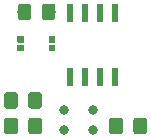
<source format=gbr>
G04 #@! TF.GenerationSoftware,KiCad,Pcbnew,(5.0.1)-4*
G04 #@! TF.CreationDate,2019-01-08T18:58:36-05:00*
G04 #@! TF.ProjectId,noname.kicad_pcb_V1_1,6E6F6E616D652E6B696361645F706362,rev?*
G04 #@! TF.SameCoordinates,Original*
G04 #@! TF.FileFunction,Paste,Top*
G04 #@! TF.FilePolarity,Positive*
%FSLAX46Y46*%
G04 Gerber Fmt 4.6, Leading zero omitted, Abs format (unit mm)*
G04 Created by KiCad (PCBNEW (5.0.1)-4) date 1/8/2019 6:58:36 PM*
%MOMM*%
%LPD*%
G01*
G04 APERTURE LIST*
%ADD10C,0.000100*%
%ADD11C,0.800000*%
%ADD12R,0.600000X1.550000*%
%ADD13C,0.100000*%
%ADD14C,1.150000*%
%ADD15R,0.550000X0.550000*%
G04 APERTURE END LIST*
D10*
G04 #@! TO.C,SW1*
G36*
X104509000Y-56117000D02*
X104059000Y-56117000D01*
X104059000Y-55667000D01*
X104509000Y-55667000D01*
X104509000Y-56117000D01*
G37*
X104509000Y-56117000D02*
X104059000Y-56117000D01*
X104059000Y-55667000D01*
X104509000Y-55667000D01*
X104509000Y-56117000D01*
G36*
X104509000Y-56867000D02*
X104059000Y-56867000D01*
X104059000Y-56417000D01*
X104509000Y-56417000D01*
X104509000Y-56867000D01*
G37*
X104509000Y-56867000D02*
X104059000Y-56867000D01*
X104059000Y-56417000D01*
X104509000Y-56417000D01*
X104509000Y-56867000D01*
G36*
X107159000Y-56117000D02*
X106709000Y-56117000D01*
X106709000Y-55667000D01*
X107159000Y-55667000D01*
X107159000Y-56117000D01*
G37*
X107159000Y-56117000D02*
X106709000Y-56117000D01*
X106709000Y-55667000D01*
X107159000Y-55667000D01*
X107159000Y-56117000D01*
G36*
X107159000Y-56867000D02*
X106709000Y-56867000D01*
X106709000Y-56417000D01*
X107159000Y-56417000D01*
X107159000Y-56867000D01*
G37*
X107159000Y-56867000D02*
X106709000Y-56867000D01*
X106709000Y-56417000D01*
X107159000Y-56417000D01*
X107159000Y-56867000D01*
G04 #@! TD*
D11*
G04 #@! TO.C,MK1*
X110450000Y-61888000D03*
X107990000Y-61888000D03*
X107990000Y-63588000D03*
X110450000Y-63588000D03*
G04 #@! TD*
D12*
G04 #@! TO.C,U1*
X108458000Y-53688000D03*
X109728000Y-53688000D03*
X110998000Y-53688000D03*
X112268000Y-53688000D03*
X112268000Y-59088000D03*
X110998000Y-59088000D03*
X109728000Y-59088000D03*
X108458000Y-59088000D03*
G04 #@! TD*
D13*
G04 #@! TO.C,C1*
G36*
X114785505Y-62547204D02*
X114809773Y-62550804D01*
X114833572Y-62556765D01*
X114856671Y-62565030D01*
X114878850Y-62575520D01*
X114899893Y-62588132D01*
X114919599Y-62602747D01*
X114937777Y-62619223D01*
X114954253Y-62637401D01*
X114968868Y-62657107D01*
X114981480Y-62678150D01*
X114991970Y-62700329D01*
X115000235Y-62723428D01*
X115006196Y-62747227D01*
X115009796Y-62771495D01*
X115011000Y-62795999D01*
X115011000Y-63696001D01*
X115009796Y-63720505D01*
X115006196Y-63744773D01*
X115000235Y-63768572D01*
X114991970Y-63791671D01*
X114981480Y-63813850D01*
X114968868Y-63834893D01*
X114954253Y-63854599D01*
X114937777Y-63872777D01*
X114919599Y-63889253D01*
X114899893Y-63903868D01*
X114878850Y-63916480D01*
X114856671Y-63926970D01*
X114833572Y-63935235D01*
X114809773Y-63941196D01*
X114785505Y-63944796D01*
X114761001Y-63946000D01*
X114110999Y-63946000D01*
X114086495Y-63944796D01*
X114062227Y-63941196D01*
X114038428Y-63935235D01*
X114015329Y-63926970D01*
X113993150Y-63916480D01*
X113972107Y-63903868D01*
X113952401Y-63889253D01*
X113934223Y-63872777D01*
X113917747Y-63854599D01*
X113903132Y-63834893D01*
X113890520Y-63813850D01*
X113880030Y-63791671D01*
X113871765Y-63768572D01*
X113865804Y-63744773D01*
X113862204Y-63720505D01*
X113861000Y-63696001D01*
X113861000Y-62795999D01*
X113862204Y-62771495D01*
X113865804Y-62747227D01*
X113871765Y-62723428D01*
X113880030Y-62700329D01*
X113890520Y-62678150D01*
X113903132Y-62657107D01*
X113917747Y-62637401D01*
X113934223Y-62619223D01*
X113952401Y-62602747D01*
X113972107Y-62588132D01*
X113993150Y-62575520D01*
X114015329Y-62565030D01*
X114038428Y-62556765D01*
X114062227Y-62550804D01*
X114086495Y-62547204D01*
X114110999Y-62546000D01*
X114761001Y-62546000D01*
X114785505Y-62547204D01*
X114785505Y-62547204D01*
G37*
D14*
X114436000Y-63246000D03*
D13*
G36*
X112735505Y-62547204D02*
X112759773Y-62550804D01*
X112783572Y-62556765D01*
X112806671Y-62565030D01*
X112828850Y-62575520D01*
X112849893Y-62588132D01*
X112869599Y-62602747D01*
X112887777Y-62619223D01*
X112904253Y-62637401D01*
X112918868Y-62657107D01*
X112931480Y-62678150D01*
X112941970Y-62700329D01*
X112950235Y-62723428D01*
X112956196Y-62747227D01*
X112959796Y-62771495D01*
X112961000Y-62795999D01*
X112961000Y-63696001D01*
X112959796Y-63720505D01*
X112956196Y-63744773D01*
X112950235Y-63768572D01*
X112941970Y-63791671D01*
X112931480Y-63813850D01*
X112918868Y-63834893D01*
X112904253Y-63854599D01*
X112887777Y-63872777D01*
X112869599Y-63889253D01*
X112849893Y-63903868D01*
X112828850Y-63916480D01*
X112806671Y-63926970D01*
X112783572Y-63935235D01*
X112759773Y-63941196D01*
X112735505Y-63944796D01*
X112711001Y-63946000D01*
X112060999Y-63946000D01*
X112036495Y-63944796D01*
X112012227Y-63941196D01*
X111988428Y-63935235D01*
X111965329Y-63926970D01*
X111943150Y-63916480D01*
X111922107Y-63903868D01*
X111902401Y-63889253D01*
X111884223Y-63872777D01*
X111867747Y-63854599D01*
X111853132Y-63834893D01*
X111840520Y-63813850D01*
X111830030Y-63791671D01*
X111821765Y-63768572D01*
X111815804Y-63744773D01*
X111812204Y-63720505D01*
X111811000Y-63696001D01*
X111811000Y-62795999D01*
X111812204Y-62771495D01*
X111815804Y-62747227D01*
X111821765Y-62723428D01*
X111830030Y-62700329D01*
X111840520Y-62678150D01*
X111853132Y-62657107D01*
X111867747Y-62637401D01*
X111884223Y-62619223D01*
X111902401Y-62602747D01*
X111922107Y-62588132D01*
X111943150Y-62575520D01*
X111965329Y-62565030D01*
X111988428Y-62556765D01*
X112012227Y-62550804D01*
X112036495Y-62547204D01*
X112060999Y-62546000D01*
X112711001Y-62546000D01*
X112735505Y-62547204D01*
X112735505Y-62547204D01*
G37*
D14*
X112386000Y-63246000D03*
G04 #@! TD*
D13*
G04 #@! TO.C,C2*
G36*
X105895505Y-62547204D02*
X105919773Y-62550804D01*
X105943572Y-62556765D01*
X105966671Y-62565030D01*
X105988850Y-62575520D01*
X106009893Y-62588132D01*
X106029599Y-62602747D01*
X106047777Y-62619223D01*
X106064253Y-62637401D01*
X106078868Y-62657107D01*
X106091480Y-62678150D01*
X106101970Y-62700329D01*
X106110235Y-62723428D01*
X106116196Y-62747227D01*
X106119796Y-62771495D01*
X106121000Y-62795999D01*
X106121000Y-63696001D01*
X106119796Y-63720505D01*
X106116196Y-63744773D01*
X106110235Y-63768572D01*
X106101970Y-63791671D01*
X106091480Y-63813850D01*
X106078868Y-63834893D01*
X106064253Y-63854599D01*
X106047777Y-63872777D01*
X106029599Y-63889253D01*
X106009893Y-63903868D01*
X105988850Y-63916480D01*
X105966671Y-63926970D01*
X105943572Y-63935235D01*
X105919773Y-63941196D01*
X105895505Y-63944796D01*
X105871001Y-63946000D01*
X105220999Y-63946000D01*
X105196495Y-63944796D01*
X105172227Y-63941196D01*
X105148428Y-63935235D01*
X105125329Y-63926970D01*
X105103150Y-63916480D01*
X105082107Y-63903868D01*
X105062401Y-63889253D01*
X105044223Y-63872777D01*
X105027747Y-63854599D01*
X105013132Y-63834893D01*
X105000520Y-63813850D01*
X104990030Y-63791671D01*
X104981765Y-63768572D01*
X104975804Y-63744773D01*
X104972204Y-63720505D01*
X104971000Y-63696001D01*
X104971000Y-62795999D01*
X104972204Y-62771495D01*
X104975804Y-62747227D01*
X104981765Y-62723428D01*
X104990030Y-62700329D01*
X105000520Y-62678150D01*
X105013132Y-62657107D01*
X105027747Y-62637401D01*
X105044223Y-62619223D01*
X105062401Y-62602747D01*
X105082107Y-62588132D01*
X105103150Y-62575520D01*
X105125329Y-62565030D01*
X105148428Y-62556765D01*
X105172227Y-62550804D01*
X105196495Y-62547204D01*
X105220999Y-62546000D01*
X105871001Y-62546000D01*
X105895505Y-62547204D01*
X105895505Y-62547204D01*
G37*
D14*
X105546000Y-63246000D03*
D13*
G36*
X103845505Y-62547204D02*
X103869773Y-62550804D01*
X103893572Y-62556765D01*
X103916671Y-62565030D01*
X103938850Y-62575520D01*
X103959893Y-62588132D01*
X103979599Y-62602747D01*
X103997777Y-62619223D01*
X104014253Y-62637401D01*
X104028868Y-62657107D01*
X104041480Y-62678150D01*
X104051970Y-62700329D01*
X104060235Y-62723428D01*
X104066196Y-62747227D01*
X104069796Y-62771495D01*
X104071000Y-62795999D01*
X104071000Y-63696001D01*
X104069796Y-63720505D01*
X104066196Y-63744773D01*
X104060235Y-63768572D01*
X104051970Y-63791671D01*
X104041480Y-63813850D01*
X104028868Y-63834893D01*
X104014253Y-63854599D01*
X103997777Y-63872777D01*
X103979599Y-63889253D01*
X103959893Y-63903868D01*
X103938850Y-63916480D01*
X103916671Y-63926970D01*
X103893572Y-63935235D01*
X103869773Y-63941196D01*
X103845505Y-63944796D01*
X103821001Y-63946000D01*
X103170999Y-63946000D01*
X103146495Y-63944796D01*
X103122227Y-63941196D01*
X103098428Y-63935235D01*
X103075329Y-63926970D01*
X103053150Y-63916480D01*
X103032107Y-63903868D01*
X103012401Y-63889253D01*
X102994223Y-63872777D01*
X102977747Y-63854599D01*
X102963132Y-63834893D01*
X102950520Y-63813850D01*
X102940030Y-63791671D01*
X102931765Y-63768572D01*
X102925804Y-63744773D01*
X102922204Y-63720505D01*
X102921000Y-63696001D01*
X102921000Y-62795999D01*
X102922204Y-62771495D01*
X102925804Y-62747227D01*
X102931765Y-62723428D01*
X102940030Y-62700329D01*
X102950520Y-62678150D01*
X102963132Y-62657107D01*
X102977747Y-62637401D01*
X102994223Y-62619223D01*
X103012401Y-62602747D01*
X103032107Y-62588132D01*
X103053150Y-62575520D01*
X103075329Y-62565030D01*
X103098428Y-62556765D01*
X103122227Y-62550804D01*
X103146495Y-62547204D01*
X103170999Y-62546000D01*
X103821001Y-62546000D01*
X103845505Y-62547204D01*
X103845505Y-62547204D01*
G37*
D14*
X103496000Y-63246000D03*
G04 #@! TD*
D13*
G04 #@! TO.C,C3*
G36*
X104988505Y-52895204D02*
X105012773Y-52898804D01*
X105036572Y-52904765D01*
X105059671Y-52913030D01*
X105081850Y-52923520D01*
X105102893Y-52936132D01*
X105122599Y-52950747D01*
X105140777Y-52967223D01*
X105157253Y-52985401D01*
X105171868Y-53005107D01*
X105184480Y-53026150D01*
X105194970Y-53048329D01*
X105203235Y-53071428D01*
X105209196Y-53095227D01*
X105212796Y-53119495D01*
X105214000Y-53143999D01*
X105214000Y-54044001D01*
X105212796Y-54068505D01*
X105209196Y-54092773D01*
X105203235Y-54116572D01*
X105194970Y-54139671D01*
X105184480Y-54161850D01*
X105171868Y-54182893D01*
X105157253Y-54202599D01*
X105140777Y-54220777D01*
X105122599Y-54237253D01*
X105102893Y-54251868D01*
X105081850Y-54264480D01*
X105059671Y-54274970D01*
X105036572Y-54283235D01*
X105012773Y-54289196D01*
X104988505Y-54292796D01*
X104964001Y-54294000D01*
X104313999Y-54294000D01*
X104289495Y-54292796D01*
X104265227Y-54289196D01*
X104241428Y-54283235D01*
X104218329Y-54274970D01*
X104196150Y-54264480D01*
X104175107Y-54251868D01*
X104155401Y-54237253D01*
X104137223Y-54220777D01*
X104120747Y-54202599D01*
X104106132Y-54182893D01*
X104093520Y-54161850D01*
X104083030Y-54139671D01*
X104074765Y-54116572D01*
X104068804Y-54092773D01*
X104065204Y-54068505D01*
X104064000Y-54044001D01*
X104064000Y-53143999D01*
X104065204Y-53119495D01*
X104068804Y-53095227D01*
X104074765Y-53071428D01*
X104083030Y-53048329D01*
X104093520Y-53026150D01*
X104106132Y-53005107D01*
X104120747Y-52985401D01*
X104137223Y-52967223D01*
X104155401Y-52950747D01*
X104175107Y-52936132D01*
X104196150Y-52923520D01*
X104218329Y-52913030D01*
X104241428Y-52904765D01*
X104265227Y-52898804D01*
X104289495Y-52895204D01*
X104313999Y-52894000D01*
X104964001Y-52894000D01*
X104988505Y-52895204D01*
X104988505Y-52895204D01*
G37*
D14*
X104639000Y-53594000D03*
D13*
G36*
X107038505Y-52895204D02*
X107062773Y-52898804D01*
X107086572Y-52904765D01*
X107109671Y-52913030D01*
X107131850Y-52923520D01*
X107152893Y-52936132D01*
X107172599Y-52950747D01*
X107190777Y-52967223D01*
X107207253Y-52985401D01*
X107221868Y-53005107D01*
X107234480Y-53026150D01*
X107244970Y-53048329D01*
X107253235Y-53071428D01*
X107259196Y-53095227D01*
X107262796Y-53119495D01*
X107264000Y-53143999D01*
X107264000Y-54044001D01*
X107262796Y-54068505D01*
X107259196Y-54092773D01*
X107253235Y-54116572D01*
X107244970Y-54139671D01*
X107234480Y-54161850D01*
X107221868Y-54182893D01*
X107207253Y-54202599D01*
X107190777Y-54220777D01*
X107172599Y-54237253D01*
X107152893Y-54251868D01*
X107131850Y-54264480D01*
X107109671Y-54274970D01*
X107086572Y-54283235D01*
X107062773Y-54289196D01*
X107038505Y-54292796D01*
X107014001Y-54294000D01*
X106363999Y-54294000D01*
X106339495Y-54292796D01*
X106315227Y-54289196D01*
X106291428Y-54283235D01*
X106268329Y-54274970D01*
X106246150Y-54264480D01*
X106225107Y-54251868D01*
X106205401Y-54237253D01*
X106187223Y-54220777D01*
X106170747Y-54202599D01*
X106156132Y-54182893D01*
X106143520Y-54161850D01*
X106133030Y-54139671D01*
X106124765Y-54116572D01*
X106118804Y-54092773D01*
X106115204Y-54068505D01*
X106114000Y-54044001D01*
X106114000Y-53143999D01*
X106115204Y-53119495D01*
X106118804Y-53095227D01*
X106124765Y-53071428D01*
X106133030Y-53048329D01*
X106143520Y-53026150D01*
X106156132Y-53005107D01*
X106170747Y-52985401D01*
X106187223Y-52967223D01*
X106205401Y-52950747D01*
X106225107Y-52936132D01*
X106246150Y-52923520D01*
X106268329Y-52913030D01*
X106291428Y-52904765D01*
X106315227Y-52898804D01*
X106339495Y-52895204D01*
X106363999Y-52894000D01*
X107014001Y-52894000D01*
X107038505Y-52895204D01*
X107038505Y-52895204D01*
G37*
D14*
X106689000Y-53594000D03*
G04 #@! TD*
D13*
G04 #@! TO.C,R1*
G36*
X103845505Y-60388204D02*
X103869773Y-60391804D01*
X103893572Y-60397765D01*
X103916671Y-60406030D01*
X103938850Y-60416520D01*
X103959893Y-60429132D01*
X103979599Y-60443747D01*
X103997777Y-60460223D01*
X104014253Y-60478401D01*
X104028868Y-60498107D01*
X104041480Y-60519150D01*
X104051970Y-60541329D01*
X104060235Y-60564428D01*
X104066196Y-60588227D01*
X104069796Y-60612495D01*
X104071000Y-60636999D01*
X104071000Y-61537001D01*
X104069796Y-61561505D01*
X104066196Y-61585773D01*
X104060235Y-61609572D01*
X104051970Y-61632671D01*
X104041480Y-61654850D01*
X104028868Y-61675893D01*
X104014253Y-61695599D01*
X103997777Y-61713777D01*
X103979599Y-61730253D01*
X103959893Y-61744868D01*
X103938850Y-61757480D01*
X103916671Y-61767970D01*
X103893572Y-61776235D01*
X103869773Y-61782196D01*
X103845505Y-61785796D01*
X103821001Y-61787000D01*
X103170999Y-61787000D01*
X103146495Y-61785796D01*
X103122227Y-61782196D01*
X103098428Y-61776235D01*
X103075329Y-61767970D01*
X103053150Y-61757480D01*
X103032107Y-61744868D01*
X103012401Y-61730253D01*
X102994223Y-61713777D01*
X102977747Y-61695599D01*
X102963132Y-61675893D01*
X102950520Y-61654850D01*
X102940030Y-61632671D01*
X102931765Y-61609572D01*
X102925804Y-61585773D01*
X102922204Y-61561505D01*
X102921000Y-61537001D01*
X102921000Y-60636999D01*
X102922204Y-60612495D01*
X102925804Y-60588227D01*
X102931765Y-60564428D01*
X102940030Y-60541329D01*
X102950520Y-60519150D01*
X102963132Y-60498107D01*
X102977747Y-60478401D01*
X102994223Y-60460223D01*
X103012401Y-60443747D01*
X103032107Y-60429132D01*
X103053150Y-60416520D01*
X103075329Y-60406030D01*
X103098428Y-60397765D01*
X103122227Y-60391804D01*
X103146495Y-60388204D01*
X103170999Y-60387000D01*
X103821001Y-60387000D01*
X103845505Y-60388204D01*
X103845505Y-60388204D01*
G37*
D14*
X103496000Y-61087000D03*
D13*
G36*
X105895505Y-60388204D02*
X105919773Y-60391804D01*
X105943572Y-60397765D01*
X105966671Y-60406030D01*
X105988850Y-60416520D01*
X106009893Y-60429132D01*
X106029599Y-60443747D01*
X106047777Y-60460223D01*
X106064253Y-60478401D01*
X106078868Y-60498107D01*
X106091480Y-60519150D01*
X106101970Y-60541329D01*
X106110235Y-60564428D01*
X106116196Y-60588227D01*
X106119796Y-60612495D01*
X106121000Y-60636999D01*
X106121000Y-61537001D01*
X106119796Y-61561505D01*
X106116196Y-61585773D01*
X106110235Y-61609572D01*
X106101970Y-61632671D01*
X106091480Y-61654850D01*
X106078868Y-61675893D01*
X106064253Y-61695599D01*
X106047777Y-61713777D01*
X106029599Y-61730253D01*
X106009893Y-61744868D01*
X105988850Y-61757480D01*
X105966671Y-61767970D01*
X105943572Y-61776235D01*
X105919773Y-61782196D01*
X105895505Y-61785796D01*
X105871001Y-61787000D01*
X105220999Y-61787000D01*
X105196495Y-61785796D01*
X105172227Y-61782196D01*
X105148428Y-61776235D01*
X105125329Y-61767970D01*
X105103150Y-61757480D01*
X105082107Y-61744868D01*
X105062401Y-61730253D01*
X105044223Y-61713777D01*
X105027747Y-61695599D01*
X105013132Y-61675893D01*
X105000520Y-61654850D01*
X104990030Y-61632671D01*
X104981765Y-61609572D01*
X104975804Y-61585773D01*
X104972204Y-61561505D01*
X104971000Y-61537001D01*
X104971000Y-60636999D01*
X104972204Y-60612495D01*
X104975804Y-60588227D01*
X104981765Y-60564428D01*
X104990030Y-60541329D01*
X105000520Y-60519150D01*
X105013132Y-60498107D01*
X105027747Y-60478401D01*
X105044223Y-60460223D01*
X105062401Y-60443747D01*
X105082107Y-60429132D01*
X105103150Y-60416520D01*
X105125329Y-60406030D01*
X105148428Y-60397765D01*
X105172227Y-60391804D01*
X105196495Y-60388204D01*
X105220999Y-60387000D01*
X105871001Y-60387000D01*
X105895505Y-60388204D01*
X105895505Y-60388204D01*
G37*
D14*
X105546000Y-61087000D03*
G04 #@! TD*
D15*
G04 #@! TO.C,SW1*
X104284000Y-55892000D03*
X104284000Y-56642000D03*
X106934000Y-55892000D03*
X106934000Y-56642000D03*
G04 #@! TD*
M02*

</source>
